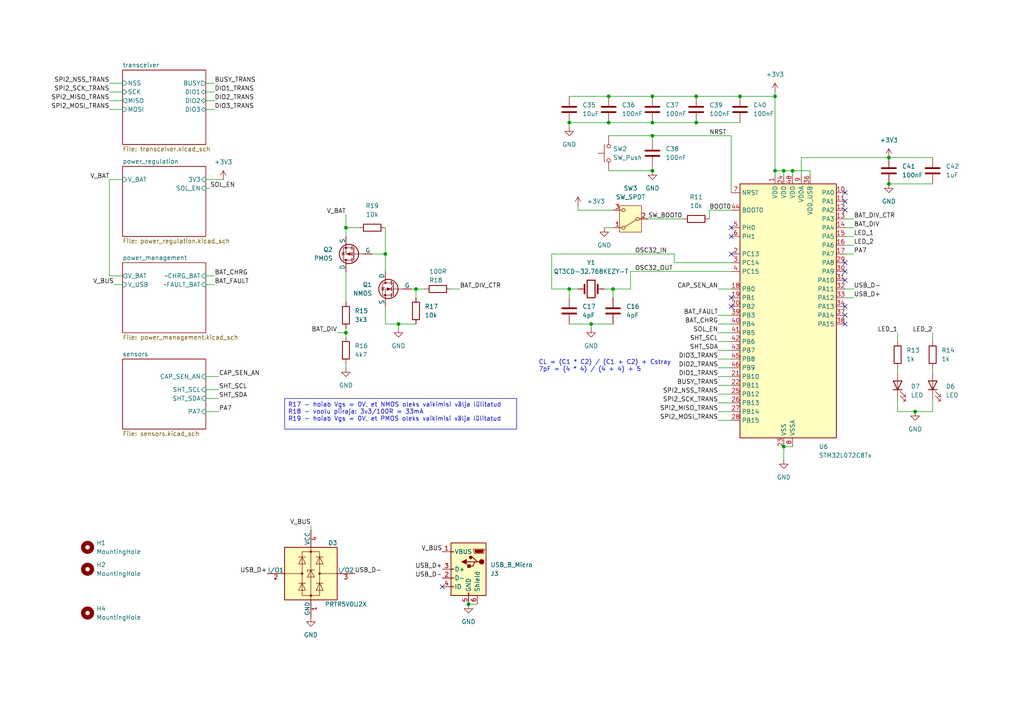
<source format=kicad_sch>
(kicad_sch (version 20231120) (generator "eeschema") (generator_version "8.0")
  (paper "A4")
  (title_block (title "Microcontroller") (date "2023-09-24") (rev "1"))
  (lib_symbols
    (symbol "Connector:USB_B_Micro" (pin_names (offset 1.016))
      (property "Reference" "J" (at -5.08 11.43 0))
      (property "Value" "USB_B_Micro" (at -5.08 8.89 0))
      (symbol "USB_B_Micro_0_1"
        (rectangle (start -5.08 -7.62) (end 5.08 7.62) (stroke (width 0.254)) (fill (type background)))
        (circle (center -3.81 2.159) (radius 0.635) (stroke (width 0.254)) (fill (type outline)))
        (circle (center -0.635 3.429) (radius 0.381) (stroke (width 0.254)) (fill (type outline)))
        (rectangle (start -0.127 -7.62) (end 0.127 -6.858))
        (polyline (pts (xy -1.905 2.159) (xy 0.635 2.159)) (stroke (width 0.254)))
        (polyline (pts (xy -3.175 2.159) (xy -2.54 2.159) (xy -1.27 3.429) (xy -0.635 3.429)) (stroke (width 0.254)))
        (polyline (pts (xy -2.54 2.159) (xy -1.905 2.159) (xy -1.27 0.889) (xy 0 0.889)) (stroke (width 0.254)))
        (polyline (pts (xy 0.635 2.794) (xy 0.635 1.524) (xy 1.905 2.159) (xy 0.635 2.794)) (stroke (width 0.254)) (fill (type outline)))
        (polyline (pts (xy -4.318 5.588) (xy -1.778 5.588) (xy -2.032 4.826) (xy -4.064 4.826) (xy -4.318 5.588)) (fill (type outline)))
        (polyline (pts (xy -4.699 5.842) (xy -4.699 5.588) (xy -4.445 4.826) (xy -4.445 4.572) (xy -1.651 4.572) (xy -1.651 4.826) (xy -1.397 5.588) (xy -1.397 5.842) (xy -4.699 5.842)))
        (rectangle (start 0.254 1.27) (end -0.508 0.508) (stroke (width 0.254)) (fill (type outline)))
        (rectangle (start 5.08 -5.207) (end 4.318 -4.953))
        (rectangle (start 5.08 -2.667) (end 4.318 -2.413))
        (rectangle (start 5.08 -0.127) (end 4.318 0.127))
        (rectangle (start 5.08 4.953) (end 4.318 5.207))
      )
      (symbol "USB_B_Micro_1_1"
        (pin power_out line (at 7.62 5.08 180) (length 2.54) (name "VBUS") (number "1"))
        (pin bidirectional line (at 7.62 -2.54 180) (length 2.54) (name "D-") (number "2"))
        (pin bidirectional line (at 7.62 0 180) (length 2.54) (name "D+") (number "3"))
        (pin passive line (at 7.62 -5.08 180) (length 2.54) (name "ID") (number "4"))
        (pin power_out line (at 0 -10.16 90) (length 2.54) (name "GND") (number "5"))
        (pin passive line (at -2.54 -10.16 90) (length 2.54) (name "Shield") (number "6"))
      )
    )
    (symbol "Device:C" (pin_numbers hide) (pin_names (offset 0.254))
      (property "Reference" "C" (at 0.635 2.54 0))
      (property "Value" "C" (at 0.635 -2.54 0))
      (symbol "C_0_1"
        (polyline (pts (xy -2.032 -0.762) (xy 2.032 -0.762)) (stroke (width 0.508)))
        (polyline (pts (xy -2.032 0.762) (xy 2.032 0.762)) (stroke (width 0.508)))
      )
      (symbol "C_1_1"
        (pin passive line (at 0 3.81 270) (length 2.794) (name "~") (number "1"))
        (pin passive line (at 0 -3.81 90) (length 2.794) (name "~") (number "2"))
      )
    )
    (symbol "Device:Crystal" (pin_numbers hide) (pin_names (offset 1.016) hide)
      (property "Reference" "Y" (at 0 3.81 0))
      (property "Value" "Crystal" (at 0 -3.81 0))
      (symbol "Crystal_0_1"
        (rectangle (start -1.143 2.54) (end 1.143 -2.54) (stroke (width 0.3048)))
        (polyline (pts (xy -2.54 0) (xy -1.905 0)))
        (polyline (pts (xy -1.905 -1.27) (xy -1.905 1.27)) (stroke (width 0.508)))
        (polyline (pts (xy 1.905 -1.27) (xy 1.905 1.27)) (stroke (width 0.508)))
        (polyline (pts (xy 2.54 0) (xy 1.905 0)))
      )
      (symbol "Crystal_1_1"
        (pin passive line (at -3.81 0 0) (length 1.27) (name "1") (number "1"))
        (pin passive line (at 3.81 0 180) (length 1.27) (name "2") (number "2"))
      )
    )
    (symbol "Device:LED" (pin_numbers hide) (pin_names (offset 1.016) hide)
      (property "Reference" "D" (at 0 2.54 0))
      (property "Value" "LED" (at 0 -2.54 0))
      (symbol "LED_0_1"
        (polyline (pts (xy -1.27 -1.27) (xy -1.27 1.27)) (stroke (width 0.254)))
        (polyline (pts (xy -1.27 0) (xy 1.27 0)))
        (polyline (pts (xy 1.27 -1.27) (xy 1.27 1.27) (xy -1.27 0) (xy 1.27 -1.27)) (stroke (width 0.254)))
        (polyline (pts (xy -3.048 -0.762) (xy -4.572 -2.286) (xy -3.81 -2.286) (xy -4.572 -2.286) (xy -4.572 -1.524)))
        (polyline (pts (xy -1.778 -0.762) (xy -3.302 -2.286) (xy -2.54 -2.286) (xy -3.302 -2.286) (xy -3.302 -1.524)))
      )
      (symbol "LED_1_1"
        (pin passive line (at -3.81 0 0) (length 2.54) (name "K") (number "1"))
        (pin passive line (at 3.81 0 180) (length 2.54) (name "A") (number "2"))
      )
    )
    (symbol "Device:R" (pin_numbers hide) (pin_names (offset 0))
      (property "Reference" "R" (at 2.032 0 90))
      (property "Value" "R" (at 0 0 90))
      (symbol "R_0_1"
        (rectangle (start -1.016 -2.54) (end 1.016 2.54) (stroke (width 0.254)))
      )
      (symbol "R_1_1"
        (pin passive line (at 0 3.81 270) (length 1.27) (name "~") (number "1"))
        (pin passive line (at 0 -3.81 90) (length 1.27) (name "~") (number "2"))
      )
    )
    (symbol "MCU_ST_STM32L0:STM32L052C8Tx"
      (property "Reference" "U" (at -12.7 39.37 0))
      (property "Value" "STM32L052C8Tx" (at 10.16 39.37 0))
      (symbol "STM32L052C8Tx_0_1"
        (rectangle (start -12.7 -35.56) (end 15.24 38.1) (stroke (width 0.254)) (fill (type background)))
      )
      (symbol "STM32L052C8Tx_1_1"
        (pin power_in line (at -2.54 40.64 270) (length 2.54) (name "VDD") (number "1"))
        (pin bidirectional line (at 17.78 35.56 180) (length 2.54) (name "PA0") (number "10"))
        (pin bidirectional line (at 17.78 33.02 180) (length 2.54) (name "PA1") (number "11"))
        (pin bidirectional line (at 17.78 30.48 180) (length 2.54) (name "PA2") (number "12"))
        (pin bidirectional line (at 17.78 27.94 180) (length 2.54) (name "PA3") (number "13"))
        (pin bidirectional line (at 17.78 25.4 180) (length 2.54) (name "PA4") (number "14"))
        (pin bidirectional line (at 17.78 22.86 180) (length 2.54) (name "PA5") (number "15"))
        (pin bidirectional line (at 17.78 20.32 180) (length 2.54) (name "PA6") (number "16"))
        (pin bidirectional line (at 17.78 17.78 180) (length 2.54) (name "PA7") (number "17"))
        (pin bidirectional line (at -15.24 7.62 0) (length 2.54) (name "PB0") (number "18"))
        (pin bidirectional line (at -15.24 5.08 0) (length 2.54) (name "PB1") (number "19"))
        (pin bidirectional line (at -15.24 17.78 0) (length 2.54) (name "PC13") (number "2"))
        (pin bidirectional line (at -15.24 2.54 0) (length 2.54) (name "PB2") (number "20"))
        (pin bidirectional line (at -15.24 -17.78 0) (length 2.54) (name "PB10") (number "21"))
        (pin bidirectional line (at -15.24 -20.32 0) (length 2.54) (name "PB11") (number "22"))
        (pin power_in line (at 0 -38.1 90) (length 2.54) (name "VSS") (number "23"))
        (pin power_in line (at 0 40.64 270) (length 2.54) (name "VDD") (number "24"))
        (pin bidirectional line (at -15.24 -22.86 0) (length 2.54) (name "PB12") (number "25"))
        (pin bidirectional line (at -15.24 -25.4 0) (length 2.54) (name "PB13") (number "26"))
        (pin bidirectional line (at -15.24 -27.94 0) (length 2.54) (name "PB14") (number "27"))
        (pin bidirectional line (at -15.24 -30.48 0) (length 2.54) (name "PB15") (number "28"))
        (pin bidirectional line (at 17.78 15.24 180) (length 2.54) (name "PA8") (number "29"))
        (pin bidirectional line (at -15.24 15.24 0) (length 2.54) (name "PC14") (number "3"))
        (pin bidirectional line (at 17.78 12.7 180) (length 2.54) (name "PA9") (number "30"))
        (pin bidirectional line (at 17.78 10.16 180) (length 2.54) (name "PA10") (number "31"))
        (pin bidirectional line (at 17.78 7.62 180) (length 2.54) (name "PA11") (number "32"))
        (pin bidirectional line (at 17.78 5.08 180) (length 2.54) (name "PA12") (number "33"))
        (pin bidirectional line (at 17.78 2.54 180) (length 2.54) (name "PA13") (number "34"))
        (pin passive line (at 0 -38.1 90) (length 2.54) hide (name "VSS") (number "35"))
        (pin power_in line (at 7.62 40.64 270) (length 2.54) (name "VDD_USB") (number "36"))
        (pin bidirectional line (at 17.78 0 180) (length 2.54) (name "PA14") (number "37"))
        (pin bidirectional line (at 17.78 -2.54 180) (length 2.54) (name "PA15") (number "38"))
        (pin bidirectional line (at -15.24 0 0) (length 2.54) (name "PB3") (number "39"))
        (pin bidirectional line (at -15.24 12.7 0) (length 2.54) (name "PC15") (number "4"))
        (pin bidirectional line (at -15.24 -2.54 0) (length 2.54) (name "PB4") (number "40"))
        (pin bidirectional line (at -15.24 -5.08 0) (length 2.54) (name "PB5") (number "41"))
        (pin bidirectional line (at -15.24 -7.62 0) (length 2.54) (name "PB6") (number "42"))
        (pin bidirectional line (at -15.24 -10.16 0) (length 2.54) (name "PB7") (number "43"))
        (pin input line (at -15.24 30.48 0) (length 2.54) (name "BOOT0") (number "44"))
        (pin bidirectional line (at -15.24 -12.7 0) (length 2.54) (name "PB8") (number "45"))
        (pin bidirectional line (at -15.24 -15.24 0) (length 2.54) (name "PB9") (number "46"))
        (pin passive line (at 0 -38.1 90) (length 2.54) hide (name "VSS") (number "47"))
        (pin power_in line (at 2.54 40.64 270) (length 2.54) (name "VDD") (number "48"))
        (pin bidirectional line (at -15.24 25.4 0) (length 2.54) (name "PH0") (number "5"))
        (pin bidirectional line (at -15.24 22.86 0) (length 2.54) (name "PH1") (number "6"))
        (pin input line (at -15.24 35.56 0) (length 2.54) (name "NRST") (number "7"))
        (pin power_in line (at 2.54 -38.1 90) (length 2.54) (name "VSSA") (number "8"))
        (pin power_in line (at 5.08 40.64 270) (length 2.54) (name "VDDA") (number "9"))
      )
    )
    (symbol "Mechanical:MountingHole" (pin_names (offset 1.016))
      (property "Reference" "H" (at 0 5.08 0))
      (property "Value" "MountingHole" (at 0 3.175 0))
      (symbol "MountingHole_0_1"
        (circle (center 0 0) (radius 1.27) (stroke (width 1.27)))
      )
    )
    (symbol "Power_Protection:PRTR5V0U2X" (pin_names (offset 0))
      (property "Reference" "D" (at 2.794 8.636 0))
      (property "Value" "PRTR5V0U2X" (at 8.128 -9.398 0))
      (symbol "PRTR5V0U2X_0_1"
        (rectangle (start -7.62 -7.62) (end 7.62 7.62) (stroke (width 0.254)) (fill (type background)))
        (circle (center -2.54 0) (radius 0.254) (fill (type outline)))
        (rectangle (start -2.54 6.35) (end 2.54 -6.35))
        (circle (center 0 -6.35) (radius 0.254) (fill (type outline)))
        (polyline (pts (xy -2.54 0) (xy -7.62 0)))
        (polyline (pts (xy -1.524 -2.794) (xy -3.556 -2.794)))
        (polyline (pts (xy -1.524 4.826) (xy -3.556 4.826)))
        (polyline (pts (xy 0 -7.62) (xy 0 7.62)))
        (polyline (pts (xy 1.524 -2.794) (xy 3.556 -2.794)))
        (polyline (pts (xy 1.524 4.826) (xy 3.556 4.826)))
        (polyline (pts (xy 2.54 0) (xy 7.62 0)))
        (polyline (pts (xy 1.016 1.016) (xy -1.016 1.016) (xy -1.016 0.508)))
        (polyline (pts (xy -3.556 -4.826) (xy -1.524 -4.826) (xy -2.54 -2.794) (xy -3.556 -4.826)))
        (polyline (pts (xy -3.556 2.794) (xy -1.524 2.794) (xy -2.54 4.826) (xy -3.556 2.794)))
        (polyline (pts (xy -1.016 -1.016) (xy 1.016 -1.016) (xy 0 1.016) (xy -1.016 -1.016)))
        (polyline (pts (xy 3.556 -4.826) (xy 1.524 -4.826) (xy 2.54 -2.794) (xy 3.556 -4.826)))
        (polyline (pts (xy 3.556 2.794) (xy 1.524 2.794) (xy 2.54 4.826) (xy 3.556 2.794)))
        (circle (center 0 6.35) (radius 0.254) (fill (type outline)))
        (circle (center 2.54 0) (radius 0.254) (fill (type outline)))
      )
      (symbol "PRTR5V0U2X_1_1"
        (pin passive line (at 0 -12.7 90) (length 5.08) (name "GND") (number "1"))
        (pin passive line (at -12.7 0 0) (length 5.08) (name "I/O1") (number "2"))
        (pin passive line (at 12.7 0 180) (length 5.08) (name "I/O2") (number "3"))
        (pin passive line (at 0 12.7 270) (length 5.08) (name "VCC") (number "4"))
      )
    )
    (symbol "Simulation_SPICE:NMOS" (pin_numbers hide) (pin_names (offset 0))
      (property "Reference" "Q1" (at 6.35 1.27 0))
      (property "Value" "NMOS" (at 6.35 -1.27 0))
      (symbol "NMOS_0_1"
        (polyline (pts (xy 0.254 0) (xy -2.54 0)))
        (polyline (pts (xy 0.254 1.905) (xy 0.254 -1.905)) (stroke (width 0.254)))
        (polyline (pts (xy 0.762 -1.27) (xy 0.762 -2.286)) (stroke (width 0.254)))
        (polyline (pts (xy 0.762 0.508) (xy 0.762 -0.508)) (stroke (width 0.254)))
        (polyline (pts (xy 0.762 2.286) (xy 0.762 1.27)) (stroke (width 0.254)))
        (polyline (pts (xy 2.54 2.54) (xy 2.54 1.778)))
        (polyline (pts (xy 2.54 -2.54) (xy 2.54 0) (xy 0.762 0)))
        (polyline (pts (xy 0.762 -1.778) (xy 3.302 -1.778) (xy 3.302 1.778) (xy 0.762 1.778)))
        (polyline (pts (xy 1.016 0) (xy 2.032 0.381) (xy 2.032 -0.381) (xy 1.016 0)) (fill (type outline)))
        (polyline (pts (xy 2.794 0.508) (xy 2.921 0.381) (xy 3.683 0.381) (xy 3.81 0.254)))
        (polyline (pts (xy 3.302 0.381) (xy 2.921 -0.254) (xy 3.683 -0.254) (xy 3.302 0.381)))
        (circle (center 1.651 0) (radius 2.794) (stroke (width 0.254)))
        (circle (center 2.54 -1.778) (radius 0.254) (fill (type outline)))
        (circle (center 2.54 1.778) (radius 0.254) (fill (type outline)))
      )
      (symbol "NMOS_1_1"
        (pin input line (at -5.08 0 0) (length 2.54) (name "G") (number "1"))
        (pin passive line (at 2.54 -5.08 90) (length 2.54) (name "S") (number "2"))
        (pin passive line (at 2.54 5.08 270) (length 2.54) (name "D") (number "3"))
      )
    )
    (symbol "Simulation_SPICE:PMOS" (pin_numbers hide) (pin_names (offset 0))
      (property "Reference" "Q2" (at 6.35 -1.27 0))
      (property "Value" "PMOS" (at 6.35 1.27 0))
      (symbol "PMOS_0_1"
        (polyline (pts (xy 0.254 0) (xy -2.54 0)))
        (polyline (pts (xy 0.254 1.905) (xy 0.254 -1.905)) (stroke (width 0.254)))
        (polyline (pts (xy 0.762 -1.27) (xy 0.762 -2.286)) (stroke (width 0.254)))
        (polyline (pts (xy 0.762 0.508) (xy 0.762 -0.508)) (stroke (width 0.254)))
        (polyline (pts (xy 0.762 2.286) (xy 0.762 1.27)) (stroke (width 0.254)))
        (polyline (pts (xy 2.54 2.54) (xy 2.54 1.778)))
        (polyline (pts (xy 2.54 -2.54) (xy 2.54 0) (xy 0.762 0)))
        (polyline (pts (xy 0.762 1.778) (xy 3.302 1.778) (xy 3.302 -1.778) (xy 0.762 -1.778)))
        (polyline (pts (xy 2.286 0) (xy 1.27 0.381) (xy 1.27 -0.381) (xy 2.286 0)) (fill (type outline)))
        (polyline (pts (xy 2.794 -0.508) (xy 2.921 -0.381) (xy 3.683 -0.381) (xy 3.81 -0.254)))
        (polyline (pts (xy 3.302 -0.381) (xy 2.921 0.254) (xy 3.683 0.254) (xy 3.302 -0.381)))
        (circle (center 1.651 0) (radius 2.794) (stroke (width 0.254)))
        (circle (center 2.54 -1.778) (radius 0.254) (fill (type outline)))
        (circle (center 2.54 1.778) (radius 0.254) (fill (type outline)))
      )
      (symbol "PMOS_1_1"
        (pin input line (at -5.08 0 0) (length 2.54) (name "G") (number "1"))
        (pin passive line (at 2.54 -5.08 90) (length 2.54) (name "S") (number "2"))
        (pin passive line (at 2.54 5.08 270) (length 2.54) (name "D") (number "3"))
      )
    )
    (symbol "Switch:SW_Push" (pin_numbers hide) (pin_names (offset 1.016) hide)
      (property "Reference" "SW" (at 1.27 2.54 0))
      (property "Value" "SW_Push" (at 0 -1.524 0))
      (symbol "SW_Push_0_1"
        (circle (center -2.032 0) (radius 0.508))
        (polyline (pts (xy 0 1.27) (xy 0 3.048)))
        (polyline (pts (xy 2.54 1.27) (xy -2.54 1.27)))
        (circle (center 2.032 0) (radius 0.508))
        (pin passive line (at -5.08 0 0) (length 2.54) (name "1") (number "1"))
        (pin passive line (at 5.08 0 180) (length 2.54) (name "2") (number "2"))
      )
    )
    (symbol "Switch:SW_SPDT" (pin_names (offset 0) hide)
      (property "Reference" "SW" (at 0 5.08 0))
      (property "Value" "SW_SPDT" (at 0 -5.08 0))
      (symbol "SW_SPDT_0_1"
        (circle (center -2.032 0) (radius 0.4572))
        (polyline (pts (xy -1.651 0.254) (xy 1.651 2.286)))
        (circle (center 2.032 -2.54) (radius 0.4572))
        (circle (center 2.032 2.54) (radius 0.4572))
      )
      (symbol "SW_SPDT_1_1"
        (rectangle (start -3.175 3.81) (end 3.175 -3.81) (fill (type background)))
        (pin passive line (at 5.08 2.54 180) (length 2.54) (name "A") (number "1"))
        (pin passive line (at -5.08 0 0) (length 2.54) (name "B") (number "2"))
        (pin passive line (at 5.08 -2.54 180) (length 2.54) (name "C") (number "3"))
      )
    )
    (symbol "power:+3V3" (power) (pin_names (offset 0))
      (property "Value" "+3V3" (at 0 3.556 0))
      (symbol "+3V3_0_1"
        (polyline (pts (xy -0.762 1.27) (xy 0 2.54)))
        (polyline (pts (xy 0 0) (xy 0 2.54)))
        (polyline (pts (xy 0 2.54) (xy 0.762 1.27)))
      )
      (symbol "+3V3_1_1"
        (pin power_in line (at 0 0 90) (length 0) hide (name "+3V3") (number "1"))
      )
    )
    (symbol "power:GND" (power) (pin_names (offset 0))
      (property "Value" "GND" (at 0 -3.81 0))
      (symbol "GND_0_1"
        (polyline (pts (xy 0 0) (xy 0 -1.27) (xy 1.27 -1.27) (xy 0 -2.54) (xy -1.27 -1.27) (xy 0 -1.27)))
      )
      (symbol "GND_1_1"
        (pin power_in line (at 0 0 270) (length 0) hide (name "GND") (number "1"))
      )
    )
  )
  (junction (at 227.33 49.53))
  (junction (at 111.76 73.66))
  (junction (at 189.23 39.37))
  (junction (at 189.23 35.56))
  (junction (at 189.23 49.53))
  (junction (at 115.57 93.98))
  (junction (at 120.65 83.82))
  (junction (at 214.63 27.94))
  (junction (at 135.89 175.26))
  (junction (at 257.81 45.72))
  (junction (at 171.45 93.98))
  (junction (at 229.87 49.53))
  (junction (at 224.79 49.53))
  (junction (at 176.53 35.56))
  (junction (at 257.81 53.34))
  (junction (at 100.33 96.52))
  (junction (at 201.93 27.94))
  (junction (at 177.8 83.82))
  (junction (at 265.43 119.38))
  (junction (at 165.1 35.56))
  (junction (at 165.1 83.82))
  (junction (at 100.33 66.04))
  (junction (at 224.79 27.94))
  (junction (at 176.53 27.94))
  (junction (at 189.23 27.94))
  (junction (at 201.93 35.56))
  (junction (at 227.33 129.54))
  (no_connect (at 245.11 81.28))
  (no_connect (at 128.27 170.18))
  (no_connect (at 212.09 88.9))
  (no_connect (at 245.11 78.74))
  (no_connect (at 212.09 73.66))
  (no_connect (at 245.11 88.9))
  (no_connect (at 245.11 91.44))
  (no_connect (at 212.09 68.58))
  (no_connect (at 212.09 66.04))
  (no_connect (at 245.11 76.2))
  (no_connect (at 245.11 93.98))
  (no_connect (at 245.11 58.42))
  (no_connect (at 212.09 86.36))
  (no_connect (at 245.11 55.88))
  (no_connect (at 245.11 60.96))
  (wire (pts (xy 167.64 60.96) (xy 177.8 60.96)))
  (wire (pts (xy 247.65 68.58) (xy 245.11 68.58)))
  (wire (pts (xy 165.1 83.82) (xy 167.64 83.82)))
  (wire (pts (xy 100.33 78.74) (xy 100.33 87.63)))
  (wire (pts (xy 31.75 24.13) (xy 35.56 24.13)))
  (wire (pts (xy 208.28 83.82) (xy 212.09 83.82)))
  (wire (pts (xy 35.56 52.07) (xy 31.75 52.07)))
  (wire (pts (xy 160.02 73.66) (xy 195.58 73.66)))
  (wire (pts (xy 257.81 53.34) (xy 270.51 53.34)))
  (wire (pts (xy 195.58 76.2) (xy 195.58 73.66)))
  (wire (pts (xy 59.69 82.55) (xy 62.23 82.55)))
  (wire (pts (xy 234.95 49.53) (xy 229.87 49.53)))
  (wire (pts (xy 189.23 39.37) (xy 212.09 39.37)))
  (wire (pts (xy 208.28 111.76) (xy 212.09 111.76)))
  (wire (pts (xy 165.1 93.98) (xy 171.45 93.98)))
  (wire (pts (xy 227.33 129.54) (xy 229.87 129.54)))
  (wire (pts (xy 182.88 83.82) (xy 177.8 83.82)))
  (wire (pts (xy 189.23 35.56) (xy 201.93 35.56)))
  (wire (pts (xy 100.33 96.52) (xy 100.33 97.79)))
  (wire (pts (xy 111.76 78.74) (xy 111.76 73.66)))
  (wire (pts (xy 59.69 80.01) (xy 62.23 80.01)))
  (wire (pts (xy 260.35 106.68) (xy 260.35 107.95)))
  (wire (pts (xy 100.33 66.04) (xy 100.33 68.58)))
  (wire (pts (xy 224.79 49.53) (xy 224.79 50.8)))
  (wire (pts (xy 208.28 96.52) (xy 212.09 96.52)))
  (wire (pts (xy 224.79 27.94) (xy 224.79 49.53)))
  (wire (pts (xy 247.65 71.12) (xy 245.11 71.12)))
  (wire (pts (xy 245.11 63.5) (xy 247.65 63.5)))
  (wire (pts (xy 90.17 152.4) (xy 90.17 153.67)))
  (wire (pts (xy 165.1 35.56) (xy 176.53 35.56)))
  (wire (pts (xy 59.69 52.07) (xy 64.77 52.07)))
  (wire (pts (xy 104.14 66.04) (xy 100.33 66.04)))
  (wire (pts (xy 59.69 26.67) (xy 62.23 26.67)))
  (wire (pts (xy 31.75 80.01) (xy 35.56 80.01)))
  (wire (pts (xy 115.57 93.98) (xy 120.65 93.98)))
  (wire (pts (xy 208.28 121.92) (xy 212.09 121.92)))
  (wire (pts (xy 31.75 29.21) (xy 35.56 29.21)))
  (wire (pts (xy 189.23 27.94) (xy 201.93 27.94)))
  (wire (pts (xy 208.28 99.06) (xy 212.09 99.06)))
  (wire (pts (xy 176.53 39.37) (xy 189.23 39.37)))
  (wire (pts (xy 224.79 49.53) (xy 227.33 49.53)))
  (wire (pts (xy 59.69 113.03) (xy 63.5 113.03)))
  (wire (pts (xy 59.69 119.38) (xy 63.5 119.38)))
  (wire (pts (xy 175.26 83.82) (xy 177.8 83.82)))
  (wire (pts (xy 265.43 119.38) (xy 270.51 119.38)))
  (wire (pts (xy 171.45 93.98) (xy 177.8 93.98)))
  (wire (pts (xy 182.88 78.74) (xy 212.09 78.74)))
  (wire (pts (xy 205.74 60.96) (xy 212.09 60.96)))
  (wire (pts (xy 165.1 83.82) (xy 165.1 86.36)))
  (wire (pts (xy 227.33 129.54) (xy 227.33 133.35)))
  (wire (pts (xy 31.75 31.75) (xy 35.56 31.75)))
  (wire (pts (xy 59.69 29.21) (xy 62.23 29.21)))
  (wire (pts (xy 208.28 101.6) (xy 212.09 101.6)))
  (wire (pts (xy 176.53 27.94) (xy 189.23 27.94)))
  (wire (pts (xy 208.28 93.98) (xy 212.09 93.98)))
  (wire (pts (xy 260.35 115.57) (xy 260.35 119.38)))
  (wire (pts (xy 111.76 88.9) (xy 111.76 93.98)))
  (wire (pts (xy 208.28 104.14) (xy 212.09 104.14)))
  (wire (pts (xy 212.09 39.37) (xy 212.09 55.88)))
  (wire (pts (xy 59.69 31.75) (xy 62.23 31.75)))
  (wire (pts (xy 111.76 66.04) (xy 111.76 73.66)))
  (wire (pts (xy 270.51 96.52) (xy 270.51 99.06)))
  (wire (pts (xy 234.95 50.8) (xy 234.95 49.53)))
  (wire (pts (xy 270.51 119.38) (xy 270.51 115.57)))
  (wire (pts (xy 208.28 91.44) (xy 212.09 91.44)))
  (wire (pts (xy 187.96 63.5) (xy 198.12 63.5)))
  (wire (pts (xy 111.76 73.66) (xy 107.95 73.66)))
  (wire (pts (xy 59.69 24.13) (xy 62.23 24.13)))
  (wire (pts (xy 245.11 83.82) (xy 247.65 83.82)))
  (wire (pts (xy 97.79 96.52) (xy 100.33 96.52)))
  (wire (pts (xy 100.33 62.23) (xy 100.33 66.04)))
  (wire (pts (xy 201.93 27.94) (xy 214.63 27.94)))
  (wire (pts (xy 260.35 119.38) (xy 265.43 119.38)))
  (wire (pts (xy 59.69 115.57) (xy 63.5 115.57)))
  (wire (pts (xy 160.02 73.66) (xy 160.02 83.82)))
  (wire (pts (xy 176.53 35.56) (xy 189.23 35.56)))
  (wire (pts (xy 59.69 109.22) (xy 63.5 109.22)))
  (wire (pts (xy 260.35 96.52) (xy 260.35 99.06)))
  (wire (pts (xy 227.33 49.53) (xy 229.87 49.53)))
  (wire (pts (xy 208.28 116.84) (xy 212.09 116.84)))
  (wire (pts (xy 135.89 175.26) (xy 138.43 175.26)))
  (wire (pts (xy 245.11 86.36) (xy 247.65 86.36)))
  (wire (pts (xy 212.09 76.2) (xy 195.58 76.2)))
  (wire (pts (xy 182.88 78.74) (xy 182.88 83.82)))
  (wire (pts (xy 245.11 66.04) (xy 247.65 66.04)))
  (wire (pts (xy 120.65 86.36) (xy 120.65 83.82)))
  (wire (pts (xy 201.93 35.56) (xy 214.63 35.56)))
  (wire (pts (xy 189.23 39.37) (xy 189.23 40.64)))
  (wire (pts (xy 229.87 49.53) (xy 229.87 50.8)))
  (wire (pts (xy 167.64 59.69) (xy 167.64 60.96)))
  (wire (pts (xy 257.81 45.72) (xy 232.41 45.72)))
  (wire (pts (xy 160.02 83.82) (xy 165.1 83.82)))
  (wire (pts (xy 257.81 45.72) (xy 270.51 45.72)))
  (wire (pts (xy 111.76 93.98) (xy 115.57 93.98)))
  (wire (pts (xy 59.69 54.61) (xy 60.96 54.61)))
  (wire (pts (xy 123.19 83.82) (xy 120.65 83.82)))
  (wire (pts (xy 31.75 52.07) (xy 31.75 80.01)))
  (wire (pts (xy 33.02 82.55) (xy 35.56 82.55)))
  (wire (pts (xy 189.23 48.26) (xy 189.23 49.53)))
  (wire (pts (xy 100.33 95.25) (xy 100.33 96.52)))
  (wire (pts (xy 205.74 60.96) (xy 205.74 63.5)))
  (wire (pts (xy 171.45 93.98) (xy 171.45 95.25)))
  (wire (pts (xy 175.26 66.04) (xy 177.8 66.04)))
  (wire (pts (xy 31.75 26.67) (xy 35.56 26.67)))
  (wire (pts (xy 120.65 83.82) (xy 119.38 83.82)))
  (wire (pts (xy 208.28 109.22) (xy 212.09 109.22)))
  (wire (pts (xy 227.33 49.53) (xy 227.33 50.8)))
  (wire (pts (xy 232.41 45.72) (xy 232.41 50.8)))
  (wire (pts (xy 165.1 35.56) (xy 165.1 36.83)))
  (wire (pts (xy 245.11 73.66) (xy 247.65 73.66)))
  (wire (pts (xy 208.28 106.68) (xy 212.09 106.68)))
  (wire (pts (xy 224.79 27.94) (xy 214.63 27.94)))
  (wire (pts (xy 224.79 26.67) (xy 224.79 27.94)))
  (wire (pts (xy 133.35 83.82) (xy 130.81 83.82)))
  (wire (pts (xy 100.33 106.68) (xy 100.33 105.41)))
  (wire (pts (xy 165.1 27.94) (xy 176.53 27.94)))
  (wire (pts (xy 176.53 49.53) (xy 189.23 49.53)))
  (wire (pts (xy 115.57 95.25) (xy 115.57 93.98)))
  (wire (pts (xy 208.28 119.38) (xy 212.09 119.38)))
  (wire (pts (xy 270.51 106.68) (xy 270.51 107.95)))
  (wire (pts (xy 208.28 114.3) (xy 212.09 114.3)))
  (wire (pts (xy 177.8 83.82) (xy 177.8 86.36)))
  (text_box "R17 - hoiab Vgs = 0V, et NMOS oleks vaikimisi välja lülitatud \nR18 - voolu piiraja: 3v3/100R = 33mA\nR19 - hoiab Vgs = 0V, et PMOS oleks vaikimisi välja lülitatud\n" (at 82.55 115.57 0) (size 67.31 8.89) (effects (font (size 1.27 1.27)) (justify left top)))
  (text "CL = (C1 * C2) / (C1 + C2) + Cstray\n7pF = (4 * 4) / (4 + 4) + 5" (at 156.21 107.95 0) (effects (font (size 1.27 1.27)) (justify left bottom)))
  (label "OSC32_IN" (at 184.15 73.66 0))
  (label "SPI2_MOSI_TRANS" (at 208.28 121.92 180))
  (label "BAT_DIV" (at 97.79 96.52 180))
  (label "DIO2_TRANS" (at 62.23 29.21 0))
  (label "DIO2_TRANS" (at 208.28 106.68 180))
  (label "USB_D-" (at 102.87 166.37 0))
  (label "DIO1_TRANS" (at 62.23 26.67 0))
  (label "V_BUS" (at 90.17 152.4 180))
  (label "SPI2_MISO_TRANS" (at 208.28 119.38 180))
  (label "SOL_EN" (at 208.28 96.52 180))
  (label "LED_1" (at 247.65 68.58 0))
  (label "NRST" (at 205.74 39.37 0))
  (label "LED_2" (at 247.65 71.12 0))
  (label "V_BAT" (at 100.33 62.23 180))
  (label "SPI2_NSS_TRANS" (at 208.28 114.3 180))
  (label "PA7" (at 247.65 73.66 0))
  (label "BAT_DIV_CTR" (at 247.65 63.5 0))
  (label "CAP_SEN_AN" (at 208.28 83.82 180))
  (label "BAT_FAULT" (at 208.28 91.44 180))
  (label "OSC32_OUT" (at 184.15 78.74 0))
  (label "SPI2_MOSI_TRANS" (at 31.75 31.75 180))
  (label "BAT_FAULT" (at 62.23 82.55 0))
  (label "V_BUS" (at 128.27 160.02 180))
  (label "DIO1_TRANS" (at 208.28 109.22 180))
  (label "V_BAT" (at 31.75 52.07 180))
  (label "BAT_DIV_CTR" (at 133.35 83.82 0))
  (label "USB_D+" (at 128.27 165.1 180))
  (label "SHT_SDA" (at 208.28 101.6 180))
  (label "USB_D-" (at 128.27 167.64 180))
  (label "BAT_DIV" (at 247.65 66.04 0))
  (label "LED_1" (at 260.35 96.52 180))
  (label "PA7" (at 63.5 119.38 0))
  (label "USB_D+" (at 77.47 166.37 180))
  (label "SHT_SCL" (at 208.28 99.06 180))
  (label "USB_D-" (at 247.65 83.82 0))
  (label "SOL_EN" (at 60.96 54.61 0))
  (label "CAP_SEN_AN" (at 63.5 109.22 0))
  (label "SPI2_NSS_TRANS" (at 31.75 24.13 180))
  (label "DIO3_TRANS" (at 208.28 104.14 180))
  (label "BUSY_TRANS" (at 62.23 24.13 0))
  (label "BAT_CHRG" (at 62.23 80.01 0))
  (label "USB_D+" (at 247.65 86.36 0))
  (label "SPI2_SCK_TRANS" (at 208.28 116.84 180))
  (label "SW_BOOT0" (at 187.96 63.5 0))
  (label "BOOT0" (at 205.74 60.96 0))
  (label "LED_2" (at 270.51 96.52 180))
  (label "SPI2_MISO_TRANS" (at 31.75 29.21 180))
  (label "DIO3_TRANS" (at 62.23 31.75 0))
  (label "SHT_SDA" (at 63.5 115.57 0))
  (label "SPI2_SCK_TRANS" (at 31.75 26.67 180))
  (label "SHT_SCL" (at 63.5 113.03 0))
  (label "BAT_CHRG" (at 208.28 93.98 180))
  (label "BUSY_TRANS" (at 208.28 111.76 180))
  (label "V_BUS" (at 33.02 82.55 180))
  (symbol (lib_id "Mechanical:MountingHole") (at 25.4 165.1 0) (unit 1)
    (property "Reference" "H2" (at 27.94 163.83 0) (effects (justify left)))
    (property "Value" "MountingHole" (at 27.94 166.37 0) (effects (justify left)))
    (property "Footprint" "MountingHole:MountingHole_2.2mm_M2" (effects (hide yes)))
  )
  (symbol (lib_id "Device:R") (at 201.93 63.5 90) (unit 1)
    (property "Reference" "R11" (at 201.93 57.15 90))
    (property "Value" "10k" (at 201.93 59.69 90))
    (property "Footprint" "Resistor_SMD:R_0603_1608Metric" (effects (hide yes)))
  )
  (symbol (lib_id "Device:R") (at 120.65 90.17 180) (unit 1)
    (property "Reference" "R17" (at 123.19 88.9 0) (effects (justify right)))
    (property "Value" "10k" (at 123.19 91.44 0) (effects (justify right)))
    (property "Footprint" "Resistor_SMD:R_0603_1608Metric" (effects (hide yes)))
  )
  (symbol (lib_id "Device:C") (at 189.23 44.45 0) (unit 1)
    (property "Reference" "C38" (at 193.04 43.18 0) (effects (justify left)))
    (property "Value" "100nF" (at 193.04 45.72 0) (effects (justify left)))
    (property "Footprint" "Capacitor_SMD:C_0603_1608Metric_Pad1.08x0.95mm_HandSolder" (effects (hide yes)))
  )
  (symbol (lib_id "power:+3V3") (at 224.79 26.67 0) (unit 1)
    (property "Reference" "#PWR0106" (effects (hide yes)))
    (property "Value" "+3V3" (at 224.79 21.59 0))
  )
  (symbol (lib_id "Device:C") (at 257.81 49.53 0) (unit 1)
    (property "Reference" "C41" (at 261.62 48.26 0) (effects (justify left)))
    (property "Value" "100nF" (at 261.62 50.8 0) (effects (justify left)))
    (property "Footprint" "Capacitor_SMD:C_0603_1608Metric_Pad1.08x0.95mm_HandSolder" (effects (hide yes)))
  )
  (symbol (lib_id "Device:C") (at 189.23 31.75 0) (unit 1)
    (property "Reference" "C37" (at 193.04 30.48 0) (effects (justify left)))
    (property "Value" "100nF" (at 193.04 33.02 0) (effects (justify left)))
    (property "Footprint" "Capacitor_SMD:C_0603_1608Metric_Pad1.08x0.95mm_HandSolder" (effects (hide yes)))
  )
  (symbol (lib_id "power:GND") (at 115.57 95.25 0) (unit 1)
    (property "Reference" "#PWR046" (effects (hide yes)))
    (property "Value" "GND" (at 115.57 100.33 0))
  )
  (symbol (lib_id "Switch:SW_Push") (at 176.53 44.45 90) (unit 1)
    (property "Reference" "SW2" (at 177.8 43.18 90) (effects (justify right)))
    (property "Value" "SW_Push" (at 177.8 45.72 90) (effects (justify right)))
    (property "Footprint" "Button_Switch_SMD:SW_SPST_EVQQ2" (effects (hide yes)))
  )
  (symbol (lib_id "Device:C") (at 177.8 90.17 0) (unit 1)
    (property "Reference" "C16" (at 181.61 88.9 0) (effects (justify left)))
    (property "Value" "4pF" (at 181.61 91.44 0) (effects (justify left)))
    (property "Footprint" "Capacitor_SMD:C_0402_1005Metric_Pad0.74x0.62mm_HandSolder" (effects (hide yes)))
  )
  (symbol (lib_id "power:+3V3") (at 167.64 59.69 0) (unit 1)
    (property "Reference" "#PWR0109" (effects (hide yes)))
    (property "Value" "+3V3" (at 170.18 58.42 0) (effects (justify left)))
  )
  (symbol (lib_id "Device:C") (at 176.53 31.75 0) (unit 1)
    (property "Reference" "C36" (at 180.34 30.48 0) (effects (justify left)))
    (property "Value" "100nF" (at 180.34 33.02 0) (effects (justify left)))
    (property "Footprint" "Capacitor_SMD:C_0603_1608Metric_Pad1.08x0.95mm_HandSolder" (effects (hide yes)))
  )
  (symbol (lib_id "power:GND") (at 175.26 66.04 0) (unit 1)
    (property "Reference" "#PWR0110" (effects (hide yes)))
    (property "Value" "GND" (at 175.26 71.12 0))
  )
  (symbol (lib_id "power:GND") (at 90.17 179.07 0) (unit 1)
    (property "Reference" "#PWR0103" (effects (hide yes)))
    (property "Value" "GND" (at 90.17 184.15 0))
  )
  (symbol (lib_id "Simulation_SPICE:NMOS") (at 114.3 83.82 0) (mirror y) (unit 1)
    (property "Reference" "Q1" (at 107.95 82.55 0) (effects (justify left)))
    (property "Value" "NMOS" (at 107.95 85.09 0) (effects (justify left)))
    (property "Footprint" "Package_TO_SOT_SMD:SOT-23" (effects (hide yes)))
    (property "Datasheet" "https://ngspice.sourceforge.io/docs/ngspice-html-manual/manual.xhtml#cha_MOSFETs" (effects (hide yes)))
    (property "Sim.Device" "NMOS" (effects (hide yes)))
    (property "Sim.Type" "VDMOS" (effects (hide yes)))
    (property "Sim.Pins" "1=D 2=G 3=S" (effects (hide yes)))
    (property "Part" "SI2342DS-T1-GE3" (effects (hide yes)))
  )
  (symbol (lib_id "Device:LED") (at 260.35 111.76 90) (unit 1)
    (property "Reference" "D7" (at 264.16 112.0775 90) (effects (justify right)))
    (property "Value" "LED" (at 264.16 114.6175 90) (effects (justify right)))
    (property "Footprint" "LED_SMD:LED_0603_1608Metric_Pad1.05x0.95mm_HandSolder" (effects (hide yes)))
  )
  (symbol (lib_id "Device:C") (at 165.1 90.17 0) (unit 1)
    (property "Reference" "C17" (at 168.91 88.9 0) (effects (justify left)))
    (property "Value" "4pF" (at 168.91 91.44 0) (effects (justify left)))
    (property "Footprint" "Capacitor_SMD:C_0402_1005Metric_Pad0.74x0.62mm_HandSolder" (effects (hide yes)))
  )
  (symbol (lib_id "Device:Crystal") (at 171.45 83.82 0) (unit 1)
    (property "Reference" "Y1" (at 171.45 76.2 0))
    (property "Value" "QT3CD-32.768KEZY-T" (at 171.45 78.74 0))
    (property "Footprint" "custom:QT3CD-32.768KEZY-T" (effects (hide yes)))
    (property "Datasheet" "https://www.tme.eu/Document/2038edc3f6191a9c16824b8d8279f7c8/QT3CD.pdf" (effects (hide yes)))
  )
  (symbol (lib_id "Power_Protection:PRTR5V0U2X") (at 90.17 166.37 0) (unit 1)
    (property "Reference" "D3" (at 96.52 157.48 0))
    (property "Value" "PRTR5V0U2X" (at 100.33 175.26 0))
    (property "Footprint" "Package_TO_SOT_SMD:SOT-143" (effects (hide yes)))
    (property "Datasheet" "https://assets.nexperia.com/documents/data-sheet/PRTR5V0U2X.pdf" (effects (hide yes)))
  )
  (symbol (lib_id "Device:C") (at 165.1 31.75 0) (unit 1)
    (property "Reference" "C35" (at 168.91 30.48 0) (effects (justify left)))
    (property "Value" "10uF" (at 168.91 33.02 0) (effects (justify left)))
    (property "Footprint" "Capacitor_SMD:C_0805_2012Metric_Pad1.18x1.45mm_HandSolder" (effects (hide yes)))
  )
  (symbol (lib_id "Device:R") (at 260.35 102.87 0) (unit 1)
    (property "Reference" "R13" (at 262.89 101.6 0) (effects (justify left)))
    (property "Value" "1k" (at 262.89 104.14 0) (effects (justify left)))
    (property "Footprint" "Resistor_SMD:R_0603_1608Metric_Pad0.98x0.95mm_HandSolder" (effects (hide yes)))
  )
  (symbol (lib_id "power:+3V3") (at 64.77 52.07 0) (unit 1)
    (property "Reference" "#PWR027" (effects (hide yes)))
    (property "Value" "+3V3" (at 64.77 46.99 0))
  )
  (symbol (lib_id "power:GND") (at 189.23 49.53 0) (unit 1)
    (property "Reference" "#PWR0111" (effects (hide yes)))
    (property "Value" "GND" (at 189.23 54.61 0))
  )
  (symbol (lib_id "Mechanical:MountingHole") (at 25.4 158.75 0) (unit 1)
    (property "Reference" "H1" (at 27.94 157.48 0) (effects (justify left)))
    (property "Value" "MountingHole" (at 27.94 160.02 0) (effects (justify left)))
    (property "Footprint" "MountingHole:MountingHole_2.2mm_M2" (effects (hide yes)))
  )
  (symbol (lib_id "power:GND") (at 135.89 175.26 0) (unit 1)
    (property "Reference" "#PWR0102" (effects (hide yes)))
    (property "Value" "GND" (at 135.89 180.34 0))
  )
  (symbol (lib_id "power:GND") (at 171.45 95.25 0) (unit 1)
    (property "Reference" "#PWR016" (effects (hide yes)))
    (property "Value" "GND" (at 171.45 100.33 0))
  )
  (symbol (lib_id "Device:R") (at 100.33 101.6 0) (unit 1)
    (property "Reference" "R16" (at 102.87 100.33 0) (effects (justify left)))
    (property "Value" "4k7" (at 102.87 102.87 0) (effects (justify left)))
    (property "Footprint" "Resistor_SMD:R_0603_1608Metric" (effects (hide yes)))
  )
  (symbol (lib_id "Device:C") (at 201.93 31.75 0) (unit 1)
    (property "Reference" "C39" (at 205.74 30.48 0) (effects (justify left)))
    (property "Value" "100nF" (at 205.74 33.02 0) (effects (justify left)))
    (property "Footprint" "Capacitor_SMD:C_0603_1608Metric_Pad1.08x0.95mm_HandSolder" (effects (hide yes)))
  )
  (symbol (lib_id "Device:R") (at 107.95 66.04 90) (unit 1)
    (property "Reference" "R19" (at 107.95 59.69 90))
    (property "Value" "10k" (at 107.95 62.23 90))
    (property "Footprint" "Resistor_SMD:R_0603_1608Metric" (effects (hide yes)))
  )
  (symbol (lib_id "Device:C") (at 270.51 49.53 0) (unit 1)
    (property "Reference" "C42" (at 274.32 48.26 0) (effects (justify left)))
    (property "Value" "1uF" (at 274.32 50.8 0) (effects (justify left)))
    (property "Footprint" "Capacitor_SMD:C_0603_1608Metric_Pad1.08x0.95mm_HandSolder" (effects (hide yes)))
  )
  (symbol (lib_id "Device:R") (at 100.33 91.44 0) (unit 1)
    (property "Reference" "R15" (at 102.87 90.17 0) (effects (justify left)))
    (property "Value" "3k3" (at 102.87 92.71 0) (effects (justify left)))
    (property "Footprint" "Resistor_SMD:R_0603_1608Metric" (effects (hide yes)))
  )
  (symbol (lib_id "power:GND") (at 165.1 36.83 0) (unit 1)
    (property "Reference" "#PWR0108" (effects (hide yes)))
    (property "Value" "GND" (at 165.1 41.91 0))
  )
  (symbol (lib_id "power:GND") (at 100.33 106.68 0) (unit 1)
    (property "Reference" "#PWR047" (effects (hide yes)))
    (property "Value" "GND" (at 100.33 111.76 0))
  )
  (symbol (lib_id "power:GND") (at 227.33 133.35 0) (unit 1)
    (property "Reference" "#PWR0104" (effects (hide yes)))
    (property "Value" "GND" (at 227.33 138.43 0))
  )
  (symbol (lib_id "Simulation_SPICE:PMOS") (at 102.87 73.66 180) (unit 1)
    (property "Reference" "Q2" (at 96.52 72.39 0) (effects (justify left)))
    (property "Value" "PMOS" (at 96.52 74.93 0) (effects (justify left)))
    (property "Footprint" "Package_TO_SOT_SMD:SOT-23" (effects (hide yes)))
    (property "Datasheet" "https://ngspice.sourceforge.io/docs/ngspice-html-manual/manual.xhtml#cha_MOSFETs" (effects (hide yes)))
    (property "Sim.Device" "PMOS" (effects (hide yes)))
    (property "Sim.Type" "VDMOS" (effects (hide yes)))
    (property "Sim.Pins" "1=D 2=G 3=S" (effects (hide yes)))
    (property "Part" "SI2305CDS-T1-GE3" (effects (hide yes)))
  )
  (symbol (lib_id "Device:R") (at 127 83.82 270) (unit 1)
    (property "Reference" "R18" (at 124.46 81.28 90) (effects (justify left)))
    (property "Value" "100R" (at 124.46 78.74 90) (effects (justify left)))
    (property "Footprint" "Resistor_SMD:R_0603_1608Metric" (effects (hide yes)))
  )
  (symbol (lib_id "Device:C") (at 214.63 31.75 0) (unit 1)
    (property "Reference" "C40" (at 218.44 30.48 0) (effects (justify left)))
    (property "Value" "100nF" (at 218.44 33.02 0) (effects (justify left)))
    (property "Footprint" "Capacitor_SMD:C_0603_1608Metric_Pad1.08x0.95mm_HandSolder" (effects (hide yes)))
  )
  (symbol (lib_id "Mechanical:MountingHole") (at 25.4 177.8 0) (unit 1)
    (property "Reference" "H4" (at 27.94 176.53 0) (effects (justify left)))
    (property "Value" "MountingHole" (at 27.94 179.07 0) (effects (justify left)))
    (property "Footprint" "MountingHole:MountingHole_2.2mm_M2" (effects (hide yes)))
  )
  (symbol (lib_id "Device:R") (at 270.51 102.87 0) (unit 1)
    (property "Reference" "R14" (at 273.05 101.6 0) (effects (justify left)))
    (property "Value" "1k" (at 273.05 104.14 0) (effects (justify left)))
    (property "Footprint" "Resistor_SMD:R_0603_1608Metric_Pad0.98x0.95mm_HandSolder" (effects (hide yes)))
  )
  (symbol (lib_id "Switch:SW_SPDT") (at 182.88 63.5 180) (unit 1)
    (property "Reference" "SW3" (at 182.88 54.61 0))
    (property "Value" "SW_SPDT" (at 182.88 57.15 0))
    (property "Footprint" "Button_Switch_SMD:SW_SPDT_PCM12" (effects (hide yes)))
  )
  (symbol (lib_id "Device:LED") (at 270.51 111.76 90) (unit 1)
    (property "Reference" "D6" (at 274.32 112.0775 90) (effects (justify right)))
    (property "Value" "LED" (at 274.32 114.6175 90) (effects (justify right)))
    (property "Footprint" "LED_SMD:LED_0603_1608Metric_Pad1.05x0.95mm_HandSolder" (effects (hide yes)))
  )
  (symbol (lib_id "power:+3V3") (at 257.81 45.72 0) (unit 1)
    (property "Reference" "#PWR0107" (effects (hide yes)))
    (property "Value" "+3V3" (at 257.81 40.64 0))
  )
  (symbol (lib_id "Connector:USB_B_Micro") (at 135.89 165.1 0) (mirror y) (unit 1)
    (property "Reference" "J3" (at 142.24 166.37 0) (effects (justify right)))
    (property "Value" "USB_B_Micro" (at 142.24 163.83 0) (effects (justify right)))
    (property "Footprint" "Connector_USB:USB_Micro-B_Molex-105017-0001" (effects (hide yes)))
  )
  (symbol (lib_id "power:GND") (at 265.43 119.38 0) (unit 1)
    (property "Reference" "#PWR044" (effects (hide yes)))
    (property "Value" "GND" (at 265.43 124.46 0))
  )
  (symbol (lib_id "power:GND") (at 257.81 53.34 0) (unit 1)
    (property "Reference" "#PWR0105" (effects (hide yes)))
    (property "Value" "GND" (at 257.81 58.42 0))
  )
  (symbol (lib_id "MCU_ST_STM32L0:STM32L052C8Tx") (at 227.33 91.44 0) (unit 1)
    (property "Reference" "U6" (at 237.49 129.54 0) (effects (justify left)))
    (property "Value" "STM32L072C8Tx" (at 237.49 132.08 0) (effects (justify left)))
    (property "Footprint" "Package_QFP:LQFP-48_7x7mm_P0.5mm" (effects (hide yes)))
    (property "Datasheet" "https://www.st.com/resource/en/datasheet/stm32l052c8.pdf" (effects (hide yes)))
  )
  (sheet (at 35.56 76.2) (size 24.13 20.32) (stroke (width 0.1524))
    (property "Sheetname" "power_management" (at 35.56 75.4884 0) (effects (justify left bottom)))
    (property "Sheetfile" "power_management.kicad_sch" (at 35.56 97.1046 0) (effects (justify left top)))
    (pin "~CHRG_BAT" input (at 59.69 80.01 0))
    (pin "~FAULT_BAT" input (at 59.69 82.55 0))
    (pin "V_BAT" output (at 35.56 80.01 180))
    (pin "V_USB" input (at 35.56 82.55 180))
  )
  (sheet (at 35.56 20.32) (size 24.13 21.59) (stroke (width 0.1524))
    (property "Sheetname" "transceiver" (at 35.56 19.6084 0) (effects (justify left bottom)))
    (property "Sheetfile" "transceiver.kicad_sch" (at 35.56 42.4946 0) (effects (justify left top)))
    (pin "DIO2" bidirectional (at 59.69 29.21 0))
    (pin "BUSY" output (at 59.69 24.13 0))
    (pin "DIO1" bidirectional (at 59.69 26.67 0))
    (pin "DIO3" bidirectional (at 59.69 31.75 0))
    (pin "SCK" input (at 35.56 26.67 180))
    (pin "MOSI" input (at 35.56 31.75 180))
    (pin "MISO" output (at 35.56 29.21 180))
    (pin "NSS" input (at 35.56 24.13 180))
  )
  (sheet (at 35.56 48.26) (size 24.13 20.32) (stroke (width 0.1524))
    (property "Sheetname" "power_regulation" (at 35.56 47.5484 0) (effects (justify left bottom)))
    (property "Sheetfile" "power_regulation.kicad_sch" (at 35.56 69.1646 0) (effects (justify left top)))
    (pin "SOL_EN" input (at 59.69 54.61 0))
    (pin "3V3" input (at 59.69 52.07 0))
    (pin "V_BAT" input (at 35.56 52.07 180))
  )
  (sheet (at 35.56 104.14) (size 24.13 20.32) (stroke (width 0.1524))
    (property "Sheetname" "sensors" (at 35.56 103.4284 0) (effects (justify left bottom)))
    (property "Sheetfile" "sensors.kicad_sch" (at 35.56 125.0446 0) (effects (justify left top)))
    (pin "CAP_SEN_AN" input (at 59.69 109.22 0))
    (pin "SHT_SCL" input (at 59.69 113.03 0))
    (pin "SHT_SDA" input (at 59.69 115.57 0))
    (pin "PA7" input (at 59.69 119.38 0))
  )
)
</source>
